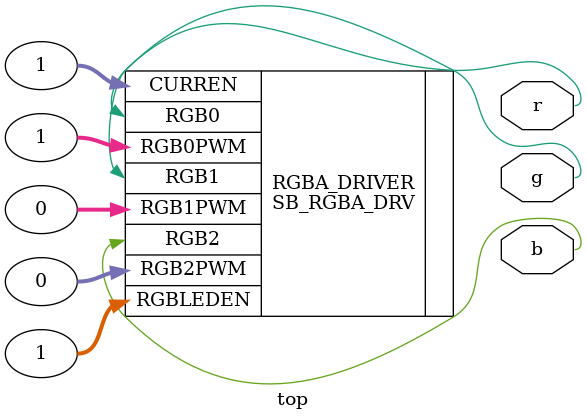
<source format=v>
module top (output g, b, r);

    // Instantiate the RGB driver
    SB_RGBA_DRV RGBA_DRIVER (
        .CURREN(1),
        .RGBLEDEN(1),
        .RGB0PWM(1),
        .RGB1PWM(0),
        .RGB2PWM(0),
        .RGB0(r),
        .RGB1(g),
        .RGB2(b)
    );
    defparam RGBA_DRIVER.CURRENT_MODE = "0b1";
    defparam RGBA_DRIVER.RGB0_CURRENT = "0b000001";
    defparam RGBA_DRIVER.RGB1_CURRENT = "0b000111";
    defparam RGBA_DRIVER.RGB2_CURRENT = "0b000111";

endmodule
</source>
